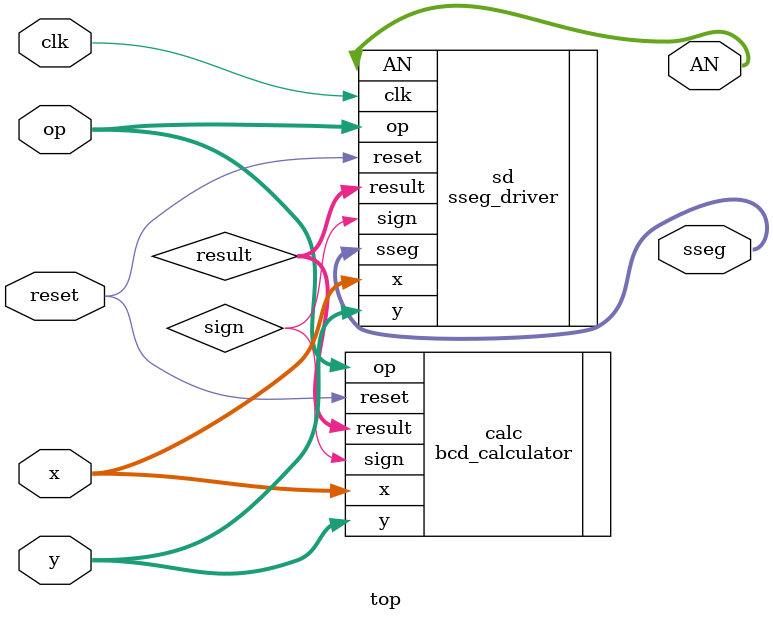
<source format=v>
`timescale 1ns / 1ps
module top(
    input clk,
    input reset,
    input [4:0] x, 
    input [4:0] y, 
    input [1:0] op, 
    output [6:0] sseg,
    output [7:0] AN 
    );
    wire [7:0] result;
    wire sign;
    bcd_calculator calc(
        .reset(reset),
        .x(x),
        .y(y),
        .op(op),
        .result(result),
        .sign(sign)
    ); 
    sseg_driver sd(
        .clk(clk),
        .reset(reset),
        .x(x),
        .y(y),
        .op(op),
        .result(result),
        .sign(sign),
        .sseg(sseg),
        .AN(AN)
    );
endmodule

</source>
